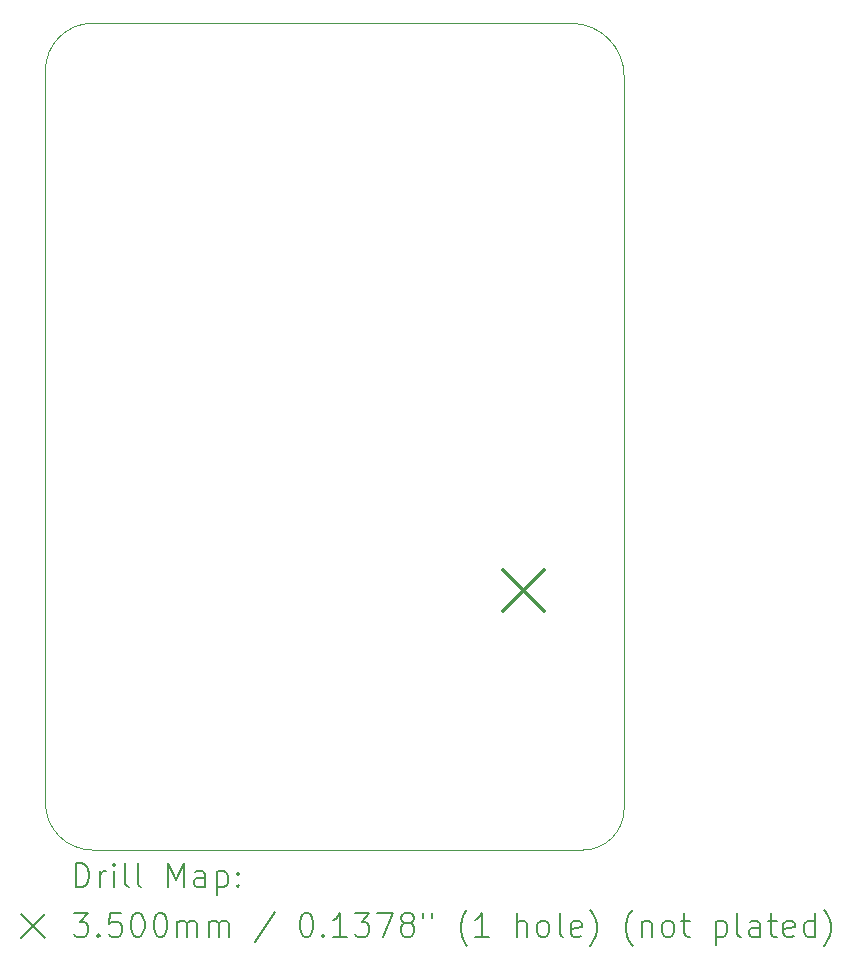
<source format=gbr>
%TF.GenerationSoftware,KiCad,Pcbnew,8.0.0*%
%TF.CreationDate,2024-04-02T15:54:07-06:00*%
%TF.ProjectId,SimonSaysPCBDesign,53696d6f-6e53-4617-9973-504342446573,1.0*%
%TF.SameCoordinates,Original*%
%TF.FileFunction,Drillmap*%
%TF.FilePolarity,Positive*%
%FSLAX45Y45*%
G04 Gerber Fmt 4.5, Leading zero omitted, Abs format (unit mm)*
G04 Created by KiCad (PCBNEW 8.0.0) date 2024-04-02 15:54:07*
%MOMM*%
%LPD*%
G01*
G04 APERTURE LIST*
%ADD10C,0.050000*%
%ADD11C,0.200000*%
%ADD12C,0.350000*%
G04 APERTURE END LIST*
D10*
X11250000Y-13450000D02*
G75*
G02*
X10850000Y-13050000I0J400000D01*
G01*
X15750000Y-13100000D02*
G75*
G02*
X15400000Y-13450000I-350000J0D01*
G01*
X15750000Y-13000000D02*
X15750000Y-13050000D01*
X10850000Y-6850000D02*
G75*
G02*
X11250000Y-6450000I400000J0D01*
G01*
X15750000Y-13000000D02*
X15750000Y-6900000D01*
X10850000Y-13000000D02*
X10850000Y-13050000D01*
X15350000Y-13450000D02*
X15400000Y-13450000D01*
X15300000Y-6450000D02*
G75*
G02*
X15750000Y-6900000I0J-450000D01*
G01*
X11300000Y-13450000D02*
X11250000Y-13450000D01*
X11300000Y-6450000D02*
X11250000Y-6450000D01*
X15250000Y-6450000D02*
X15300000Y-6450000D01*
X11300000Y-6450000D02*
X15250000Y-6450000D01*
X10850000Y-6900000D02*
X10850000Y-6850000D01*
X15750000Y-13050000D02*
X15750000Y-13100000D01*
X11300000Y-13450000D02*
X15350000Y-13450000D01*
X10850000Y-6900000D02*
X10850000Y-13000000D01*
D11*
D12*
X14725000Y-11075000D02*
X15075000Y-11425000D01*
X15075000Y-11075000D02*
X14725000Y-11425000D01*
D11*
X11108277Y-13763984D02*
X11108277Y-13563984D01*
X11108277Y-13563984D02*
X11155896Y-13563984D01*
X11155896Y-13563984D02*
X11184467Y-13573508D01*
X11184467Y-13573508D02*
X11203515Y-13592555D01*
X11203515Y-13592555D02*
X11213039Y-13611603D01*
X11213039Y-13611603D02*
X11222562Y-13649698D01*
X11222562Y-13649698D02*
X11222562Y-13678269D01*
X11222562Y-13678269D02*
X11213039Y-13716365D01*
X11213039Y-13716365D02*
X11203515Y-13735412D01*
X11203515Y-13735412D02*
X11184467Y-13754460D01*
X11184467Y-13754460D02*
X11155896Y-13763984D01*
X11155896Y-13763984D02*
X11108277Y-13763984D01*
X11308277Y-13763984D02*
X11308277Y-13630650D01*
X11308277Y-13668746D02*
X11317801Y-13649698D01*
X11317801Y-13649698D02*
X11327324Y-13640174D01*
X11327324Y-13640174D02*
X11346372Y-13630650D01*
X11346372Y-13630650D02*
X11365420Y-13630650D01*
X11432086Y-13763984D02*
X11432086Y-13630650D01*
X11432086Y-13563984D02*
X11422562Y-13573508D01*
X11422562Y-13573508D02*
X11432086Y-13583031D01*
X11432086Y-13583031D02*
X11441610Y-13573508D01*
X11441610Y-13573508D02*
X11432086Y-13563984D01*
X11432086Y-13563984D02*
X11432086Y-13583031D01*
X11555896Y-13763984D02*
X11536848Y-13754460D01*
X11536848Y-13754460D02*
X11527324Y-13735412D01*
X11527324Y-13735412D02*
X11527324Y-13563984D01*
X11660658Y-13763984D02*
X11641610Y-13754460D01*
X11641610Y-13754460D02*
X11632086Y-13735412D01*
X11632086Y-13735412D02*
X11632086Y-13563984D01*
X11889229Y-13763984D02*
X11889229Y-13563984D01*
X11889229Y-13563984D02*
X11955896Y-13706841D01*
X11955896Y-13706841D02*
X12022562Y-13563984D01*
X12022562Y-13563984D02*
X12022562Y-13763984D01*
X12203515Y-13763984D02*
X12203515Y-13659222D01*
X12203515Y-13659222D02*
X12193991Y-13640174D01*
X12193991Y-13640174D02*
X12174943Y-13630650D01*
X12174943Y-13630650D02*
X12136848Y-13630650D01*
X12136848Y-13630650D02*
X12117801Y-13640174D01*
X12203515Y-13754460D02*
X12184467Y-13763984D01*
X12184467Y-13763984D02*
X12136848Y-13763984D01*
X12136848Y-13763984D02*
X12117801Y-13754460D01*
X12117801Y-13754460D02*
X12108277Y-13735412D01*
X12108277Y-13735412D02*
X12108277Y-13716365D01*
X12108277Y-13716365D02*
X12117801Y-13697317D01*
X12117801Y-13697317D02*
X12136848Y-13687793D01*
X12136848Y-13687793D02*
X12184467Y-13687793D01*
X12184467Y-13687793D02*
X12203515Y-13678269D01*
X12298753Y-13630650D02*
X12298753Y-13830650D01*
X12298753Y-13640174D02*
X12317801Y-13630650D01*
X12317801Y-13630650D02*
X12355896Y-13630650D01*
X12355896Y-13630650D02*
X12374943Y-13640174D01*
X12374943Y-13640174D02*
X12384467Y-13649698D01*
X12384467Y-13649698D02*
X12393991Y-13668746D01*
X12393991Y-13668746D02*
X12393991Y-13725888D01*
X12393991Y-13725888D02*
X12384467Y-13744936D01*
X12384467Y-13744936D02*
X12374943Y-13754460D01*
X12374943Y-13754460D02*
X12355896Y-13763984D01*
X12355896Y-13763984D02*
X12317801Y-13763984D01*
X12317801Y-13763984D02*
X12298753Y-13754460D01*
X12479705Y-13744936D02*
X12489229Y-13754460D01*
X12489229Y-13754460D02*
X12479705Y-13763984D01*
X12479705Y-13763984D02*
X12470182Y-13754460D01*
X12470182Y-13754460D02*
X12479705Y-13744936D01*
X12479705Y-13744936D02*
X12479705Y-13763984D01*
X12479705Y-13640174D02*
X12489229Y-13649698D01*
X12489229Y-13649698D02*
X12479705Y-13659222D01*
X12479705Y-13659222D02*
X12470182Y-13649698D01*
X12470182Y-13649698D02*
X12479705Y-13640174D01*
X12479705Y-13640174D02*
X12479705Y-13659222D01*
X10647500Y-13992500D02*
X10847500Y-14192500D01*
X10847500Y-13992500D02*
X10647500Y-14192500D01*
X11089229Y-13983984D02*
X11213039Y-13983984D01*
X11213039Y-13983984D02*
X11146372Y-14060174D01*
X11146372Y-14060174D02*
X11174944Y-14060174D01*
X11174944Y-14060174D02*
X11193991Y-14069698D01*
X11193991Y-14069698D02*
X11203515Y-14079222D01*
X11203515Y-14079222D02*
X11213039Y-14098269D01*
X11213039Y-14098269D02*
X11213039Y-14145888D01*
X11213039Y-14145888D02*
X11203515Y-14164936D01*
X11203515Y-14164936D02*
X11193991Y-14174460D01*
X11193991Y-14174460D02*
X11174944Y-14183984D01*
X11174944Y-14183984D02*
X11117801Y-14183984D01*
X11117801Y-14183984D02*
X11098753Y-14174460D01*
X11098753Y-14174460D02*
X11089229Y-14164936D01*
X11298753Y-14164936D02*
X11308277Y-14174460D01*
X11308277Y-14174460D02*
X11298753Y-14183984D01*
X11298753Y-14183984D02*
X11289229Y-14174460D01*
X11289229Y-14174460D02*
X11298753Y-14164936D01*
X11298753Y-14164936D02*
X11298753Y-14183984D01*
X11489229Y-13983984D02*
X11393991Y-13983984D01*
X11393991Y-13983984D02*
X11384467Y-14079222D01*
X11384467Y-14079222D02*
X11393991Y-14069698D01*
X11393991Y-14069698D02*
X11413039Y-14060174D01*
X11413039Y-14060174D02*
X11460658Y-14060174D01*
X11460658Y-14060174D02*
X11479705Y-14069698D01*
X11479705Y-14069698D02*
X11489229Y-14079222D01*
X11489229Y-14079222D02*
X11498753Y-14098269D01*
X11498753Y-14098269D02*
X11498753Y-14145888D01*
X11498753Y-14145888D02*
X11489229Y-14164936D01*
X11489229Y-14164936D02*
X11479705Y-14174460D01*
X11479705Y-14174460D02*
X11460658Y-14183984D01*
X11460658Y-14183984D02*
X11413039Y-14183984D01*
X11413039Y-14183984D02*
X11393991Y-14174460D01*
X11393991Y-14174460D02*
X11384467Y-14164936D01*
X11622562Y-13983984D02*
X11641610Y-13983984D01*
X11641610Y-13983984D02*
X11660658Y-13993508D01*
X11660658Y-13993508D02*
X11670182Y-14003031D01*
X11670182Y-14003031D02*
X11679705Y-14022079D01*
X11679705Y-14022079D02*
X11689229Y-14060174D01*
X11689229Y-14060174D02*
X11689229Y-14107793D01*
X11689229Y-14107793D02*
X11679705Y-14145888D01*
X11679705Y-14145888D02*
X11670182Y-14164936D01*
X11670182Y-14164936D02*
X11660658Y-14174460D01*
X11660658Y-14174460D02*
X11641610Y-14183984D01*
X11641610Y-14183984D02*
X11622562Y-14183984D01*
X11622562Y-14183984D02*
X11603515Y-14174460D01*
X11603515Y-14174460D02*
X11593991Y-14164936D01*
X11593991Y-14164936D02*
X11584467Y-14145888D01*
X11584467Y-14145888D02*
X11574943Y-14107793D01*
X11574943Y-14107793D02*
X11574943Y-14060174D01*
X11574943Y-14060174D02*
X11584467Y-14022079D01*
X11584467Y-14022079D02*
X11593991Y-14003031D01*
X11593991Y-14003031D02*
X11603515Y-13993508D01*
X11603515Y-13993508D02*
X11622562Y-13983984D01*
X11813039Y-13983984D02*
X11832086Y-13983984D01*
X11832086Y-13983984D02*
X11851134Y-13993508D01*
X11851134Y-13993508D02*
X11860658Y-14003031D01*
X11860658Y-14003031D02*
X11870182Y-14022079D01*
X11870182Y-14022079D02*
X11879705Y-14060174D01*
X11879705Y-14060174D02*
X11879705Y-14107793D01*
X11879705Y-14107793D02*
X11870182Y-14145888D01*
X11870182Y-14145888D02*
X11860658Y-14164936D01*
X11860658Y-14164936D02*
X11851134Y-14174460D01*
X11851134Y-14174460D02*
X11832086Y-14183984D01*
X11832086Y-14183984D02*
X11813039Y-14183984D01*
X11813039Y-14183984D02*
X11793991Y-14174460D01*
X11793991Y-14174460D02*
X11784467Y-14164936D01*
X11784467Y-14164936D02*
X11774943Y-14145888D01*
X11774943Y-14145888D02*
X11765420Y-14107793D01*
X11765420Y-14107793D02*
X11765420Y-14060174D01*
X11765420Y-14060174D02*
X11774943Y-14022079D01*
X11774943Y-14022079D02*
X11784467Y-14003031D01*
X11784467Y-14003031D02*
X11793991Y-13993508D01*
X11793991Y-13993508D02*
X11813039Y-13983984D01*
X11965420Y-14183984D02*
X11965420Y-14050650D01*
X11965420Y-14069698D02*
X11974943Y-14060174D01*
X11974943Y-14060174D02*
X11993991Y-14050650D01*
X11993991Y-14050650D02*
X12022563Y-14050650D01*
X12022563Y-14050650D02*
X12041610Y-14060174D01*
X12041610Y-14060174D02*
X12051134Y-14079222D01*
X12051134Y-14079222D02*
X12051134Y-14183984D01*
X12051134Y-14079222D02*
X12060658Y-14060174D01*
X12060658Y-14060174D02*
X12079705Y-14050650D01*
X12079705Y-14050650D02*
X12108277Y-14050650D01*
X12108277Y-14050650D02*
X12127324Y-14060174D01*
X12127324Y-14060174D02*
X12136848Y-14079222D01*
X12136848Y-14079222D02*
X12136848Y-14183984D01*
X12232086Y-14183984D02*
X12232086Y-14050650D01*
X12232086Y-14069698D02*
X12241610Y-14060174D01*
X12241610Y-14060174D02*
X12260658Y-14050650D01*
X12260658Y-14050650D02*
X12289229Y-14050650D01*
X12289229Y-14050650D02*
X12308277Y-14060174D01*
X12308277Y-14060174D02*
X12317801Y-14079222D01*
X12317801Y-14079222D02*
X12317801Y-14183984D01*
X12317801Y-14079222D02*
X12327324Y-14060174D01*
X12327324Y-14060174D02*
X12346372Y-14050650D01*
X12346372Y-14050650D02*
X12374943Y-14050650D01*
X12374943Y-14050650D02*
X12393991Y-14060174D01*
X12393991Y-14060174D02*
X12403515Y-14079222D01*
X12403515Y-14079222D02*
X12403515Y-14183984D01*
X12793991Y-13974460D02*
X12622563Y-14231603D01*
X13051134Y-13983984D02*
X13070182Y-13983984D01*
X13070182Y-13983984D02*
X13089229Y-13993508D01*
X13089229Y-13993508D02*
X13098753Y-14003031D01*
X13098753Y-14003031D02*
X13108277Y-14022079D01*
X13108277Y-14022079D02*
X13117801Y-14060174D01*
X13117801Y-14060174D02*
X13117801Y-14107793D01*
X13117801Y-14107793D02*
X13108277Y-14145888D01*
X13108277Y-14145888D02*
X13098753Y-14164936D01*
X13098753Y-14164936D02*
X13089229Y-14174460D01*
X13089229Y-14174460D02*
X13070182Y-14183984D01*
X13070182Y-14183984D02*
X13051134Y-14183984D01*
X13051134Y-14183984D02*
X13032086Y-14174460D01*
X13032086Y-14174460D02*
X13022563Y-14164936D01*
X13022563Y-14164936D02*
X13013039Y-14145888D01*
X13013039Y-14145888D02*
X13003515Y-14107793D01*
X13003515Y-14107793D02*
X13003515Y-14060174D01*
X13003515Y-14060174D02*
X13013039Y-14022079D01*
X13013039Y-14022079D02*
X13022563Y-14003031D01*
X13022563Y-14003031D02*
X13032086Y-13993508D01*
X13032086Y-13993508D02*
X13051134Y-13983984D01*
X13203515Y-14164936D02*
X13213039Y-14174460D01*
X13213039Y-14174460D02*
X13203515Y-14183984D01*
X13203515Y-14183984D02*
X13193991Y-14174460D01*
X13193991Y-14174460D02*
X13203515Y-14164936D01*
X13203515Y-14164936D02*
X13203515Y-14183984D01*
X13403515Y-14183984D02*
X13289229Y-14183984D01*
X13346372Y-14183984D02*
X13346372Y-13983984D01*
X13346372Y-13983984D02*
X13327325Y-14012555D01*
X13327325Y-14012555D02*
X13308277Y-14031603D01*
X13308277Y-14031603D02*
X13289229Y-14041127D01*
X13470182Y-13983984D02*
X13593991Y-13983984D01*
X13593991Y-13983984D02*
X13527325Y-14060174D01*
X13527325Y-14060174D02*
X13555896Y-14060174D01*
X13555896Y-14060174D02*
X13574944Y-14069698D01*
X13574944Y-14069698D02*
X13584467Y-14079222D01*
X13584467Y-14079222D02*
X13593991Y-14098269D01*
X13593991Y-14098269D02*
X13593991Y-14145888D01*
X13593991Y-14145888D02*
X13584467Y-14164936D01*
X13584467Y-14164936D02*
X13574944Y-14174460D01*
X13574944Y-14174460D02*
X13555896Y-14183984D01*
X13555896Y-14183984D02*
X13498753Y-14183984D01*
X13498753Y-14183984D02*
X13479706Y-14174460D01*
X13479706Y-14174460D02*
X13470182Y-14164936D01*
X13660658Y-13983984D02*
X13793991Y-13983984D01*
X13793991Y-13983984D02*
X13708277Y-14183984D01*
X13898753Y-14069698D02*
X13879706Y-14060174D01*
X13879706Y-14060174D02*
X13870182Y-14050650D01*
X13870182Y-14050650D02*
X13860658Y-14031603D01*
X13860658Y-14031603D02*
X13860658Y-14022079D01*
X13860658Y-14022079D02*
X13870182Y-14003031D01*
X13870182Y-14003031D02*
X13879706Y-13993508D01*
X13879706Y-13993508D02*
X13898753Y-13983984D01*
X13898753Y-13983984D02*
X13936848Y-13983984D01*
X13936848Y-13983984D02*
X13955896Y-13993508D01*
X13955896Y-13993508D02*
X13965420Y-14003031D01*
X13965420Y-14003031D02*
X13974944Y-14022079D01*
X13974944Y-14022079D02*
X13974944Y-14031603D01*
X13974944Y-14031603D02*
X13965420Y-14050650D01*
X13965420Y-14050650D02*
X13955896Y-14060174D01*
X13955896Y-14060174D02*
X13936848Y-14069698D01*
X13936848Y-14069698D02*
X13898753Y-14069698D01*
X13898753Y-14069698D02*
X13879706Y-14079222D01*
X13879706Y-14079222D02*
X13870182Y-14088746D01*
X13870182Y-14088746D02*
X13860658Y-14107793D01*
X13860658Y-14107793D02*
X13860658Y-14145888D01*
X13860658Y-14145888D02*
X13870182Y-14164936D01*
X13870182Y-14164936D02*
X13879706Y-14174460D01*
X13879706Y-14174460D02*
X13898753Y-14183984D01*
X13898753Y-14183984D02*
X13936848Y-14183984D01*
X13936848Y-14183984D02*
X13955896Y-14174460D01*
X13955896Y-14174460D02*
X13965420Y-14164936D01*
X13965420Y-14164936D02*
X13974944Y-14145888D01*
X13974944Y-14145888D02*
X13974944Y-14107793D01*
X13974944Y-14107793D02*
X13965420Y-14088746D01*
X13965420Y-14088746D02*
X13955896Y-14079222D01*
X13955896Y-14079222D02*
X13936848Y-14069698D01*
X14051134Y-13983984D02*
X14051134Y-14022079D01*
X14127325Y-13983984D02*
X14127325Y-14022079D01*
X14422563Y-14260174D02*
X14413039Y-14250650D01*
X14413039Y-14250650D02*
X14393991Y-14222079D01*
X14393991Y-14222079D02*
X14384468Y-14203031D01*
X14384468Y-14203031D02*
X14374944Y-14174460D01*
X14374944Y-14174460D02*
X14365420Y-14126841D01*
X14365420Y-14126841D02*
X14365420Y-14088746D01*
X14365420Y-14088746D02*
X14374944Y-14041127D01*
X14374944Y-14041127D02*
X14384468Y-14012555D01*
X14384468Y-14012555D02*
X14393991Y-13993508D01*
X14393991Y-13993508D02*
X14413039Y-13964936D01*
X14413039Y-13964936D02*
X14422563Y-13955412D01*
X14603515Y-14183984D02*
X14489229Y-14183984D01*
X14546372Y-14183984D02*
X14546372Y-13983984D01*
X14546372Y-13983984D02*
X14527325Y-14012555D01*
X14527325Y-14012555D02*
X14508277Y-14031603D01*
X14508277Y-14031603D02*
X14489229Y-14041127D01*
X14841610Y-14183984D02*
X14841610Y-13983984D01*
X14927325Y-14183984D02*
X14927325Y-14079222D01*
X14927325Y-14079222D02*
X14917801Y-14060174D01*
X14917801Y-14060174D02*
X14898753Y-14050650D01*
X14898753Y-14050650D02*
X14870182Y-14050650D01*
X14870182Y-14050650D02*
X14851134Y-14060174D01*
X14851134Y-14060174D02*
X14841610Y-14069698D01*
X15051134Y-14183984D02*
X15032087Y-14174460D01*
X15032087Y-14174460D02*
X15022563Y-14164936D01*
X15022563Y-14164936D02*
X15013039Y-14145888D01*
X15013039Y-14145888D02*
X15013039Y-14088746D01*
X15013039Y-14088746D02*
X15022563Y-14069698D01*
X15022563Y-14069698D02*
X15032087Y-14060174D01*
X15032087Y-14060174D02*
X15051134Y-14050650D01*
X15051134Y-14050650D02*
X15079706Y-14050650D01*
X15079706Y-14050650D02*
X15098753Y-14060174D01*
X15098753Y-14060174D02*
X15108277Y-14069698D01*
X15108277Y-14069698D02*
X15117801Y-14088746D01*
X15117801Y-14088746D02*
X15117801Y-14145888D01*
X15117801Y-14145888D02*
X15108277Y-14164936D01*
X15108277Y-14164936D02*
X15098753Y-14174460D01*
X15098753Y-14174460D02*
X15079706Y-14183984D01*
X15079706Y-14183984D02*
X15051134Y-14183984D01*
X15232087Y-14183984D02*
X15213039Y-14174460D01*
X15213039Y-14174460D02*
X15203515Y-14155412D01*
X15203515Y-14155412D02*
X15203515Y-13983984D01*
X15384468Y-14174460D02*
X15365420Y-14183984D01*
X15365420Y-14183984D02*
X15327325Y-14183984D01*
X15327325Y-14183984D02*
X15308277Y-14174460D01*
X15308277Y-14174460D02*
X15298753Y-14155412D01*
X15298753Y-14155412D02*
X15298753Y-14079222D01*
X15298753Y-14079222D02*
X15308277Y-14060174D01*
X15308277Y-14060174D02*
X15327325Y-14050650D01*
X15327325Y-14050650D02*
X15365420Y-14050650D01*
X15365420Y-14050650D02*
X15384468Y-14060174D01*
X15384468Y-14060174D02*
X15393991Y-14079222D01*
X15393991Y-14079222D02*
X15393991Y-14098269D01*
X15393991Y-14098269D02*
X15298753Y-14117317D01*
X15460658Y-14260174D02*
X15470182Y-14250650D01*
X15470182Y-14250650D02*
X15489230Y-14222079D01*
X15489230Y-14222079D02*
X15498753Y-14203031D01*
X15498753Y-14203031D02*
X15508277Y-14174460D01*
X15508277Y-14174460D02*
X15517801Y-14126841D01*
X15517801Y-14126841D02*
X15517801Y-14088746D01*
X15517801Y-14088746D02*
X15508277Y-14041127D01*
X15508277Y-14041127D02*
X15498753Y-14012555D01*
X15498753Y-14012555D02*
X15489230Y-13993508D01*
X15489230Y-13993508D02*
X15470182Y-13964936D01*
X15470182Y-13964936D02*
X15460658Y-13955412D01*
X15822563Y-14260174D02*
X15813039Y-14250650D01*
X15813039Y-14250650D02*
X15793991Y-14222079D01*
X15793991Y-14222079D02*
X15784468Y-14203031D01*
X15784468Y-14203031D02*
X15774944Y-14174460D01*
X15774944Y-14174460D02*
X15765420Y-14126841D01*
X15765420Y-14126841D02*
X15765420Y-14088746D01*
X15765420Y-14088746D02*
X15774944Y-14041127D01*
X15774944Y-14041127D02*
X15784468Y-14012555D01*
X15784468Y-14012555D02*
X15793991Y-13993508D01*
X15793991Y-13993508D02*
X15813039Y-13964936D01*
X15813039Y-13964936D02*
X15822563Y-13955412D01*
X15898753Y-14050650D02*
X15898753Y-14183984D01*
X15898753Y-14069698D02*
X15908277Y-14060174D01*
X15908277Y-14060174D02*
X15927325Y-14050650D01*
X15927325Y-14050650D02*
X15955896Y-14050650D01*
X15955896Y-14050650D02*
X15974944Y-14060174D01*
X15974944Y-14060174D02*
X15984468Y-14079222D01*
X15984468Y-14079222D02*
X15984468Y-14183984D01*
X16108277Y-14183984D02*
X16089230Y-14174460D01*
X16089230Y-14174460D02*
X16079706Y-14164936D01*
X16079706Y-14164936D02*
X16070182Y-14145888D01*
X16070182Y-14145888D02*
X16070182Y-14088746D01*
X16070182Y-14088746D02*
X16079706Y-14069698D01*
X16079706Y-14069698D02*
X16089230Y-14060174D01*
X16089230Y-14060174D02*
X16108277Y-14050650D01*
X16108277Y-14050650D02*
X16136849Y-14050650D01*
X16136849Y-14050650D02*
X16155896Y-14060174D01*
X16155896Y-14060174D02*
X16165420Y-14069698D01*
X16165420Y-14069698D02*
X16174944Y-14088746D01*
X16174944Y-14088746D02*
X16174944Y-14145888D01*
X16174944Y-14145888D02*
X16165420Y-14164936D01*
X16165420Y-14164936D02*
X16155896Y-14174460D01*
X16155896Y-14174460D02*
X16136849Y-14183984D01*
X16136849Y-14183984D02*
X16108277Y-14183984D01*
X16232087Y-14050650D02*
X16308277Y-14050650D01*
X16260658Y-13983984D02*
X16260658Y-14155412D01*
X16260658Y-14155412D02*
X16270182Y-14174460D01*
X16270182Y-14174460D02*
X16289230Y-14183984D01*
X16289230Y-14183984D02*
X16308277Y-14183984D01*
X16527325Y-14050650D02*
X16527325Y-14250650D01*
X16527325Y-14060174D02*
X16546372Y-14050650D01*
X16546372Y-14050650D02*
X16584468Y-14050650D01*
X16584468Y-14050650D02*
X16603515Y-14060174D01*
X16603515Y-14060174D02*
X16613039Y-14069698D01*
X16613039Y-14069698D02*
X16622563Y-14088746D01*
X16622563Y-14088746D02*
X16622563Y-14145888D01*
X16622563Y-14145888D02*
X16613039Y-14164936D01*
X16613039Y-14164936D02*
X16603515Y-14174460D01*
X16603515Y-14174460D02*
X16584468Y-14183984D01*
X16584468Y-14183984D02*
X16546372Y-14183984D01*
X16546372Y-14183984D02*
X16527325Y-14174460D01*
X16736849Y-14183984D02*
X16717801Y-14174460D01*
X16717801Y-14174460D02*
X16708277Y-14155412D01*
X16708277Y-14155412D02*
X16708277Y-13983984D01*
X16898754Y-14183984D02*
X16898754Y-14079222D01*
X16898754Y-14079222D02*
X16889230Y-14060174D01*
X16889230Y-14060174D02*
X16870182Y-14050650D01*
X16870182Y-14050650D02*
X16832087Y-14050650D01*
X16832087Y-14050650D02*
X16813039Y-14060174D01*
X16898754Y-14174460D02*
X16879706Y-14183984D01*
X16879706Y-14183984D02*
X16832087Y-14183984D01*
X16832087Y-14183984D02*
X16813039Y-14174460D01*
X16813039Y-14174460D02*
X16803515Y-14155412D01*
X16803515Y-14155412D02*
X16803515Y-14136365D01*
X16803515Y-14136365D02*
X16813039Y-14117317D01*
X16813039Y-14117317D02*
X16832087Y-14107793D01*
X16832087Y-14107793D02*
X16879706Y-14107793D01*
X16879706Y-14107793D02*
X16898754Y-14098269D01*
X16965420Y-14050650D02*
X17041611Y-14050650D01*
X16993992Y-13983984D02*
X16993992Y-14155412D01*
X16993992Y-14155412D02*
X17003515Y-14174460D01*
X17003515Y-14174460D02*
X17022563Y-14183984D01*
X17022563Y-14183984D02*
X17041611Y-14183984D01*
X17184468Y-14174460D02*
X17165420Y-14183984D01*
X17165420Y-14183984D02*
X17127325Y-14183984D01*
X17127325Y-14183984D02*
X17108277Y-14174460D01*
X17108277Y-14174460D02*
X17098754Y-14155412D01*
X17098754Y-14155412D02*
X17098754Y-14079222D01*
X17098754Y-14079222D02*
X17108277Y-14060174D01*
X17108277Y-14060174D02*
X17127325Y-14050650D01*
X17127325Y-14050650D02*
X17165420Y-14050650D01*
X17165420Y-14050650D02*
X17184468Y-14060174D01*
X17184468Y-14060174D02*
X17193992Y-14079222D01*
X17193992Y-14079222D02*
X17193992Y-14098269D01*
X17193992Y-14098269D02*
X17098754Y-14117317D01*
X17365420Y-14183984D02*
X17365420Y-13983984D01*
X17365420Y-14174460D02*
X17346373Y-14183984D01*
X17346373Y-14183984D02*
X17308277Y-14183984D01*
X17308277Y-14183984D02*
X17289230Y-14174460D01*
X17289230Y-14174460D02*
X17279706Y-14164936D01*
X17279706Y-14164936D02*
X17270182Y-14145888D01*
X17270182Y-14145888D02*
X17270182Y-14088746D01*
X17270182Y-14088746D02*
X17279706Y-14069698D01*
X17279706Y-14069698D02*
X17289230Y-14060174D01*
X17289230Y-14060174D02*
X17308277Y-14050650D01*
X17308277Y-14050650D02*
X17346373Y-14050650D01*
X17346373Y-14050650D02*
X17365420Y-14060174D01*
X17441611Y-14260174D02*
X17451135Y-14250650D01*
X17451135Y-14250650D02*
X17470182Y-14222079D01*
X17470182Y-14222079D02*
X17479706Y-14203031D01*
X17479706Y-14203031D02*
X17489230Y-14174460D01*
X17489230Y-14174460D02*
X17498754Y-14126841D01*
X17498754Y-14126841D02*
X17498754Y-14088746D01*
X17498754Y-14088746D02*
X17489230Y-14041127D01*
X17489230Y-14041127D02*
X17479706Y-14012555D01*
X17479706Y-14012555D02*
X17470182Y-13993508D01*
X17470182Y-13993508D02*
X17451135Y-13964936D01*
X17451135Y-13964936D02*
X17441611Y-13955412D01*
M02*

</source>
